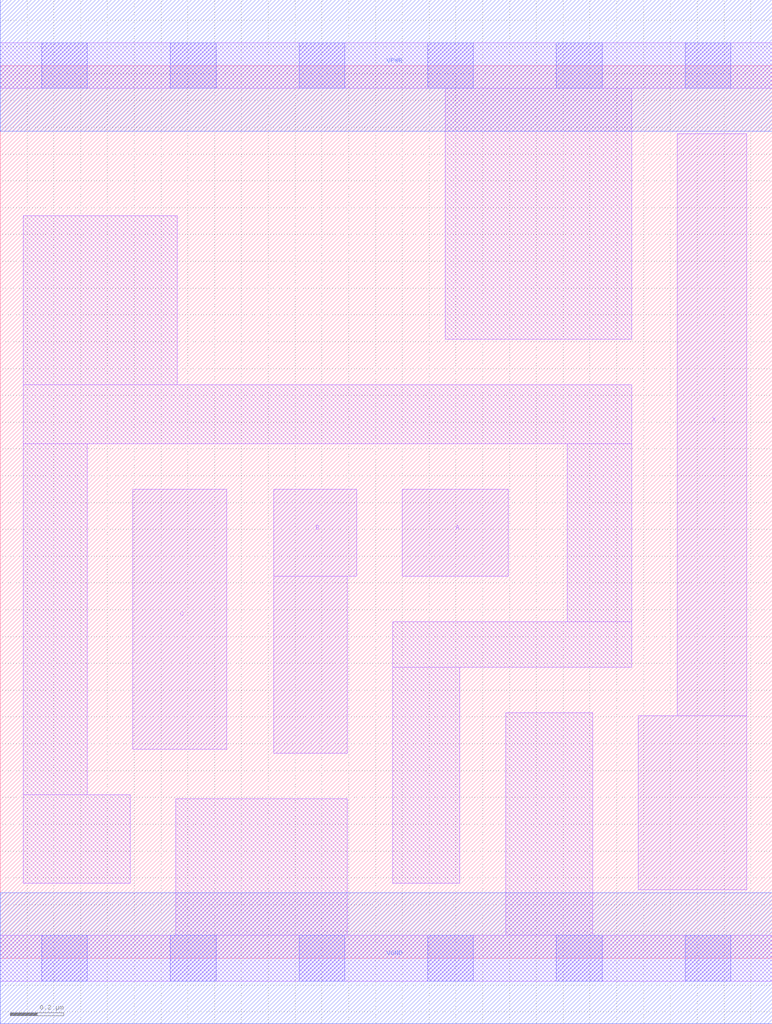
<source format=lef>
# Copyright 2020 The SkyWater PDK Authors
#
# Licensed under the Apache License, Version 2.0 (the "License");
# you may not use this file except in compliance with the License.
# You may obtain a copy of the License at
#
#     https://www.apache.org/licenses/LICENSE-2.0
#
# Unless required by applicable law or agreed to in writing, software
# distributed under the License is distributed on an "AS IS" BASIS,
# WITHOUT WARRANTIES OR CONDITIONS OF ANY KIND, either express or implied.
# See the License for the specific language governing permissions and
# limitations under the License.
#
# SPDX-License-Identifier: Apache-2.0

VERSION 5.7 ;
  NOWIREEXTENSIONATPIN ON ;
  DIVIDERCHAR "/" ;
  BUSBITCHARS "[]" ;
UNITS
  DATABASE MICRONS 200 ;
END UNITS
MACRO sky130_fd_sc_lp__or3_1
  CLASS CORE ;
  FOREIGN sky130_fd_sc_lp__or3_1 ;
  ORIGIN  0.000000  0.000000 ;
  SIZE  2.880000 BY  3.330000 ;
  SYMMETRY X Y R90 ;
  SITE unit ;
  PIN A
    ANTENNAGATEAREA  0.126000 ;
    DIRECTION INPUT ;
    USE SIGNAL ;
    PORT
      LAYER li1 ;
        RECT 1.500000 1.425000 1.895000 1.750000 ;
    END
  END A
  PIN B
    ANTENNAGATEAREA  0.126000 ;
    DIRECTION INPUT ;
    USE SIGNAL ;
    PORT
      LAYER li1 ;
        RECT 1.020000 0.765000 1.295000 1.425000 ;
        RECT 1.020000 1.425000 1.330000 1.750000 ;
    END
  END B
  PIN C
    ANTENNAGATEAREA  0.126000 ;
    DIRECTION INPUT ;
    USE SIGNAL ;
    PORT
      LAYER li1 ;
        RECT 0.495000 0.780000 0.845000 1.750000 ;
    END
  END C
  PIN X
    ANTENNADIFFAREA  0.556500 ;
    DIRECTION OUTPUT ;
    USE SIGNAL ;
    PORT
      LAYER li1 ;
        RECT 2.380000 0.255000 2.785000 0.905000 ;
        RECT 2.525000 0.905000 2.785000 3.075000 ;
    END
  END X
  PIN VGND
    DIRECTION INOUT ;
    USE GROUND ;
    PORT
      LAYER met1 ;
        RECT 0.000000 -0.245000 2.880000 0.245000 ;
    END
  END VGND
  PIN VPWR
    DIRECTION INOUT ;
    USE POWER ;
    PORT
      LAYER met1 ;
        RECT 0.000000 3.085000 2.880000 3.575000 ;
    END
  END VPWR
  OBS
    LAYER li1 ;
      RECT 0.000000 -0.085000 2.880000 0.085000 ;
      RECT 0.000000  3.245000 2.880000 3.415000 ;
      RECT 0.085000  0.280000 0.485000 0.610000 ;
      RECT 0.085000  0.610000 0.325000 1.920000 ;
      RECT 0.085000  1.920000 2.355000 2.140000 ;
      RECT 0.085000  2.140000 0.660000 2.770000 ;
      RECT 0.655000  0.085000 1.295000 0.595000 ;
      RECT 1.465000  0.280000 1.715000 1.085000 ;
      RECT 1.465000  1.085000 2.355000 1.255000 ;
      RECT 1.660000  2.310000 2.355000 3.245000 ;
      RECT 1.885000  0.085000 2.210000 0.915000 ;
      RECT 2.115000  1.255000 2.355000 1.920000 ;
    LAYER mcon ;
      RECT 0.155000 -0.085000 0.325000 0.085000 ;
      RECT 0.155000  3.245000 0.325000 3.415000 ;
      RECT 0.635000 -0.085000 0.805000 0.085000 ;
      RECT 0.635000  3.245000 0.805000 3.415000 ;
      RECT 1.115000 -0.085000 1.285000 0.085000 ;
      RECT 1.115000  3.245000 1.285000 3.415000 ;
      RECT 1.595000 -0.085000 1.765000 0.085000 ;
      RECT 1.595000  3.245000 1.765000 3.415000 ;
      RECT 2.075000 -0.085000 2.245000 0.085000 ;
      RECT 2.075000  3.245000 2.245000 3.415000 ;
      RECT 2.555000 -0.085000 2.725000 0.085000 ;
      RECT 2.555000  3.245000 2.725000 3.415000 ;
  END
END sky130_fd_sc_lp__or3_1
END LIBRARY

</source>
